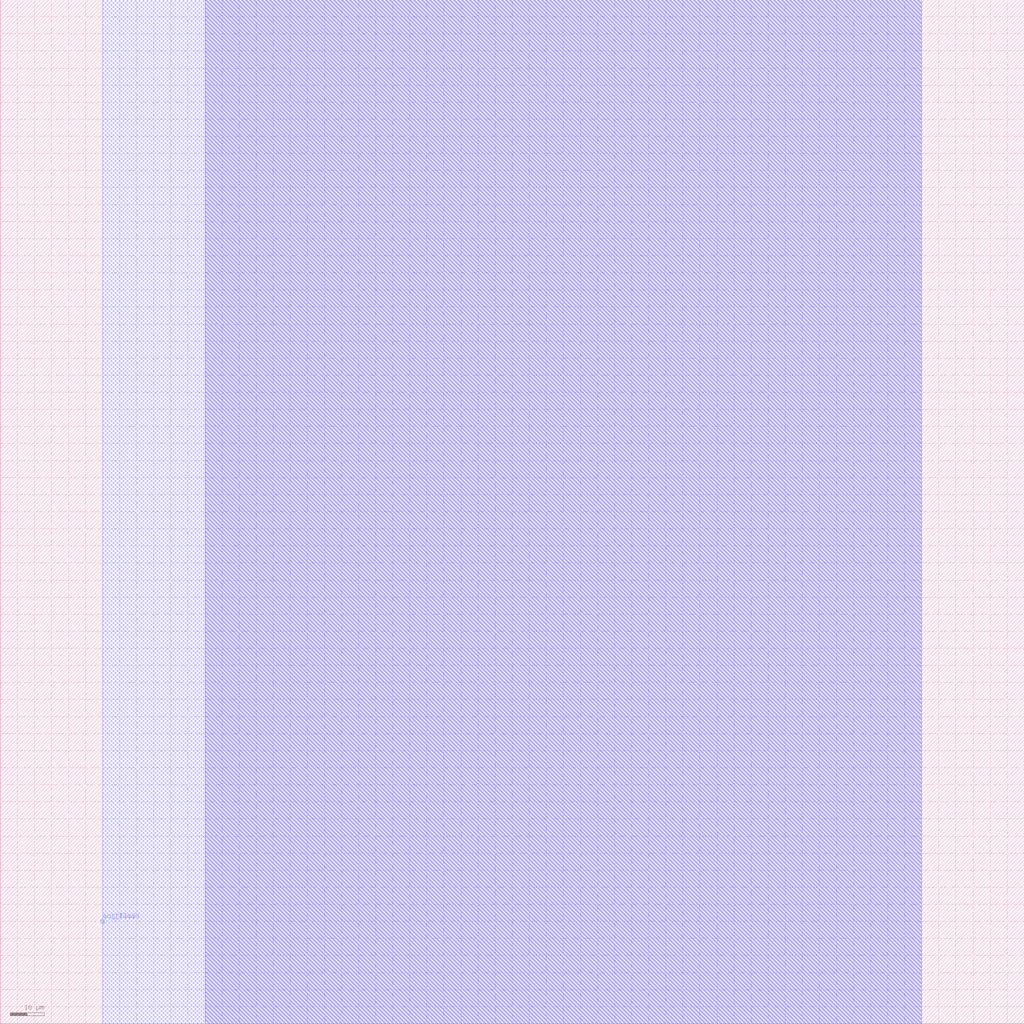
<source format=lef>
 
MACRO serpentine_200px_3
  CLASS CORE ;
  ORIGIN  0 0 ;
  FOREIGN serpentine_200px_0 0 0 ;
  SIZE 300 BY 300 ;
  SYMMETRY X Y ;
  SITE CoreSite ;
  PIN in_fluid
    DIRECTION INPUT ;
    USE SIGNAL ;
    PORT
      LAYER met2 ;
        RECT 29.5 29.5 30.5 30.5 ;
    END
  END in_fluid
  PIN out_fluid
    DIRECTION OUTPUT ;
    USE SIGNAL ;
    PORT
      LAYER met5 ;
        RECT 29.5 29.5 30.5 30.5 ;
    END
  END out_fluid
  OBS
    LAYER met2 ;
      RECT 30 0 270 300 ;
    LAYER met3 ;
      RECT 60 0 270 300 ;
    LAYER met4 ;
      RECT 60 0 270 300 ;
    LAYER met5 ;
      RECT 30 0 270 300 ;
  END
  PROPERTY CatenaDesignType "deviceLevel" ;
END serpentine_200px_3

</source>
